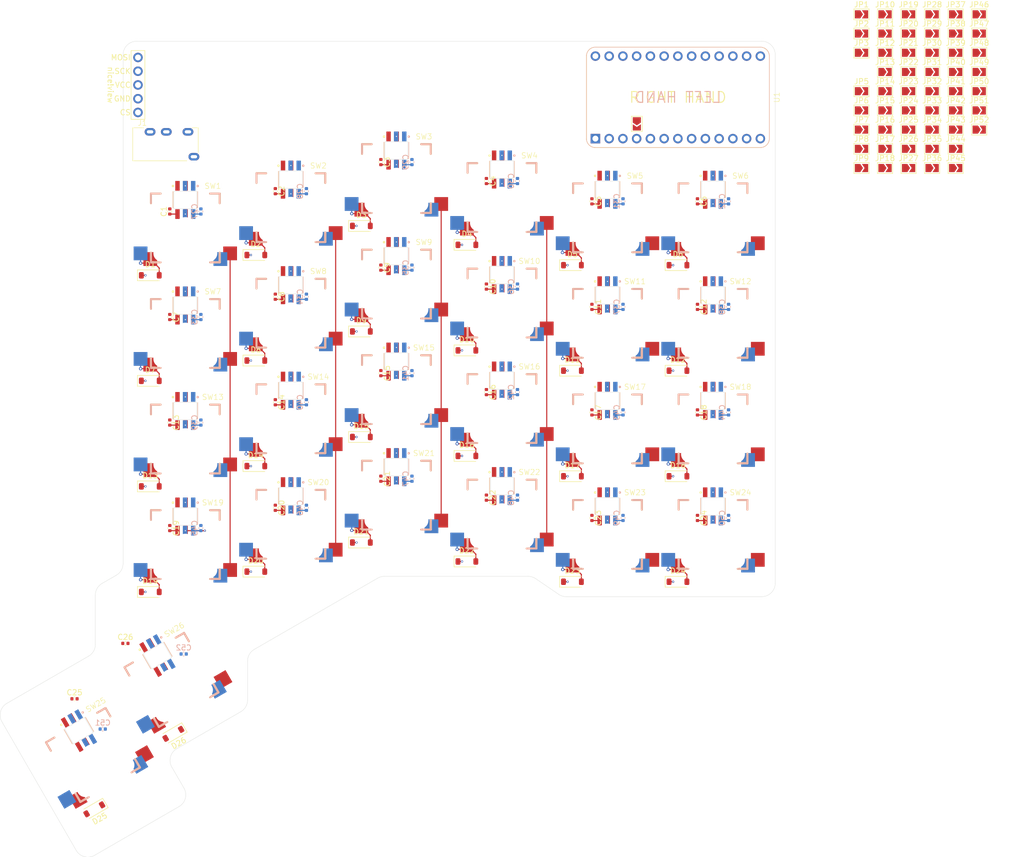
<source format=kicad_pcb>
(kicad_pcb (version 20221018) (generator pcbnew)
  (layers (0 "F.Cu" signal) (1 "In1.Cu" signal) (2 "In2.Cu" signal) (31 "B.Cu" signal) (34 "B.Paste" user) (35 "F.Paste" user) (36 "B.SilkS" user "B.Silkscreen") (37 "F.SilkS" user "F.Silkscreen") (38 "B.Mask" user) (39 "F.Mask" user) (44 "Edge.Cuts" user))
  (net 0 "")
  (net 1 "GND")
  (net 2 "VDD")
  (net 3 "/ROW0")
  (net 4 "Net-(D1-A)")
  (net 5 "Net-(D2-A)")
  (net 6 "Net-(D3-A)")
  (net 7 "Net-(D4-A)")
  (net 8 "Net-(D5-A)")
  (net 9 "Net-(D6-A)")
  (net 10 "/ROW1")
  (net 11 "Net-(D7-A)")
  (net 12 "Net-(D8-A)")
  (net 13 "Net-(D9-A)")
  (net 14 "Net-(D10-A)")
  (net 15 "Net-(D11-A)")
  (net 16 "Net-(D12-A)")
  (net 17 "/ROW2")
  (net 18 "Net-(D13-A)")
  (net 19 "Net-(D14-A)")
  (net 20 "Net-(D15-A)")
  (net 21 "Net-(D16-A)")
  (net 22 "Net-(D17-A)")
  (net 23 "Net-(D18-A)")
  (net 24 "/ROW3")
  (net 25 "Net-(D19-A)")
  (net 26 "Net-(D20-A)")
  (net 27 "Net-(D21-A)")
  (net 28 "Net-(D22-A)")
  (net 29 "Net-(D23-A)")
  (net 30 "Net-(D24-A)")
  (net 31 "/ROW4")
  (net 32 "Net-(D25-A)")
  (net 33 "Net-(D26-A)")
  (net 39 "Net-(SW1-DOUT)")
  (net 40 "/LED_D")
  (net 41 "/COL0")
  (net 42 "Net-(SW2-DOUT)")
  (net 43 "/COL1")
  (net 44 "Net-(SW3-DOUT)")
  (net 45 "/COL2")
  (net 46 "Net-(SW4-DOUT)")
  (net 47 "/COL3")
  (net 48 "Net-(SW5-DOUT)")
  (net 49 "/COL4")
  (net 50 "/COL5")
  (net 51 "Net-(SW7-DOUT)")
  (net 52 "Net-(SW8-DOUT)")
  (net 53 "Net-(SW10-DIN)")
  (net 54 "Net-(SW10-DOUT)")
  (net 55 "Net-(SW11-DOUT)")
  (net 56 "Net-(SW13-DOUT)")
  (net 57 "Net-(SW14-DOUT)")
  (net 58 "Net-(SW15-DOUT)")
  (net 59 "Net-(SW16-DOUT)")
  (net 60 "Net-(SW17-DOUT)")
  (net 61 "Net-(SW19-DOUT)")
  (net 62 "Net-(SW20-DOUT)")
  (net 63 "Net-(SW21-DOUT)")
  (net 64 "Net-(SW22-DOUT)")
  (net 65 "Net-(SW23-DOUT)")
  (net 66 "Net-(SW25-DOUT)")
  (net 68 "/PIN1")
  (net 70 "/PIN2")
  (net 72 "/PIN3")
  (net 74 "/PIN4")
  (net 76 "/PIN5")
  (net 78 "/PIN6")
  (net 80 "/PIN7")
  (net 82 "/PIN8")
  (net 84 "/PIN9")
  (net 86 "/PIN10")
  (net 88 "/PIN11")
  (net 90 "Net-(SW6-DOUT)")
  (net 91 "Net-(SW12-DOUT)")
  (net 92 "Net-(SW18-DOUT)")
  (net 93 "Net-(SW24-DOUT)")
  (net 99 "/PIN12")
  (net 101 "/PIN13")
  (net 103 "/PIN14")
  (net 105 "/PIN15")
  (net 107 "/PIN16")
  (net 109 "/PIN17")
  (net 111 "/PIN18")
  (net 113 "/PIN19")
  (net 115 "/PIN20")
  (net 117 "/PIN21")
  (net 119 "/PIN22")
  (net 121 "/PIN23")
  (net 123 "/PIN24")
  (net 125 "/PIN25")
  (net 127 "/PIN26")
  (footprint "Diode_SMD:D_SOD-123" (layer "F.Cu") (at 184.7412 87.1018)
    (fp_text reference "D12")
    (fp_text value "1N4148W" hide)
  )
  (footprint "Jumper:SolderJumper-2_P1.3mm_Open_TrianglePad1.0x1.5mm" (layer "F.Cu") (at 236.0538 49.657)
    (fp_text reference "JP45")
    (fp_text value "SolderJumper_2_Open")
  )
  (footprint "Capacitor_SMD:C_0402_1005Metric" (layer "F.Cu") (at 149.3458 52.0588 -90)
    (fp_text reference "C4")
    (fp_text value "c=100n" hide)
  )
  (footprint "SWITCH-THT-MX:SWITCH-GATERON-LOW-HOT" (layer "F.Cu") (at 132.7162 71.1018)
    (fp_text reference "SW9")
    (fp_text value "GATERON-MX-HOTSWAP-RGB")
    (fp_line (start -2.1 -6.775) (end -2.1 -3.575) (stroke (width 0.05)) (layer "Edge.Cuts"))
    (fp_line (start 2.1 -6.775) (end -2.1 -6.775) (stroke (width 0.05)) (layer "Edge.Cuts"))
    (fp_line (start 2.1 -6.775) (end 2.1 -3.575) (stroke (width 0.05)) (layer "Edge.Cuts"))
    (fp_line (start 2.1 -3.575) (end -2.1 -3.575) (stroke (width 0.05)) (layer "Edge.Cuts"))
  )
  (footprint "Jumper:SolderJumper-2_P1.3mm_Open_TrianglePad1.0x1.5mm" (layer "F.Cu") (at 223.0038 42.557)
    (fp_text reference "JP16")
    (fp_text value "SolderJumper_2_Open")
  )
  (footprint "Jumper:SolderJumper-2_P1.3mm_Open_TrianglePad1.0x1.5mm" (layer "F.Cu") (at 227.3538 28.357)
    (fp_text reference "JP21")
    (fp_text value "SolderJumper_2_Open")
  )
  (footprint "SWITCH-THT-MX:SWITCH-GATERON-LOW-HOT" (layer "F.Cu") (at 93.7162 80.2268)
    (fp_text reference "SW7")
    (fp_text value "GATERON-MX-HOTSWAP-RGB")
    (fp_line (start -2.1 -6.775) (end -2.1 -3.575) (stroke (width 0.05)) (layer "Edge.Cuts"))
    (fp_line (start 2.1 -6.775) (end -2.1 -6.775) (stroke (width 0.05)) (layer "Edge.Cuts"))
    (fp_line (start 2.1 -6.775) (end 2.1 -3.575) (stroke (width 0.05)) (layer "Edge.Cuts"))
    (fp_line (start 2.1 -3.575) (end -2.1 -3.575) (stroke (width 0.05)) (layer "Edge.Cuts"))
  )
  (footprint "Capacitor_SMD:C_0402_1005Metric" (layer "F.Cu") (at 188.3458 94.8088 -90)
    (fp_text reference "C18")
    (fp_text value "c=100n" hide)
  )
  (footprint "Capacitor_SMD:C_0402_1005Metric" (layer "F.Cu") (at 129.8458 107.0588 -90)
    (fp_text reference "C21")
    (fp_text value "c=100n" hide)
  )
  (footprint "SWITCH-THT-MX:SWITCH-GATERON-LOW-HOT" (layer "F.Cu") (at 132.7162 51.6018)
    (fp_text reference "SW3")
    (fp_text value "GATERON-MX-HOTSWAP-RGB")
    (fp_line (start -2.1 -6.775) (end -2.1 -3.575) (stroke (width 0.05)) (layer "Edge.Cuts"))
    (fp_line (start 2.1 -6.775) (end -2.1 -6.775) (stroke (width 0.05)) (layer "Edge.Cuts"))
    (fp_line (start 2.1 -6.775) (end 2.1 -3.575) (stroke (width 0.05)) (layer "Edge.Cuts"))
    (fp_line (start 2.1 -3.575) (end -2.1 -3.575) (stroke (width 0.05)) (layer "Edge.Cuts"))
  )
  (footprint "Diode_SMD:D_SOD-123" (layer "F.Cu") (at 87.2412 69.4768)
    (fp_text reference "D1")
    (fp_text value "1N4148W" hide)
  )
  (footprint "Capacitor_SMD:C_0402_1005Metric" (layer "F.Cu") (at 90.8458 77.1838 -90)
    (fp_text reference "C7")
    (fp_text value "c=100n" hide)
  )
  (footprint "Jumper:SolderJumper-2_P1.3mm_Open_TrianglePad1.0x1.5mm" (layer "F.Cu") (at 236.0538 39.007)
    (fp_text reference "JP42")
    (fp_text value "SolderJumper_2_Open")
  )
  (footprint "Capacitor_SMD:C_0402_1005Metric" (layer "F.Cu") (at 188.3458 55.8088 -90)
    (fp_text reference "C6")
    (fp_text value "c=100n" hide)
  )
  (footprint "Jumper:SolderJumper-2_P1.3mm_Open_TrianglePad1.0x1.5mm" (layer "F.Cu") (at 236.0538 46.107)
    (fp_text reference "JP44")
    (fp_text value "SolderJumper_2_Open")
  )
  (footprint "SWITCH-THT-MX:SWITCH-GATERON-LOW-HOT" (layer "F.Cu") (at 132.7162 110.1018)
    (fp_text reference "SW21")
    (fp_text value "GATERON-MX-HOTSWAP-RGB")
    (fp_line (start -2.1 -6.775) (end -2.1 -3.575) (stroke (width 0.05)) (layer "Edge.Cuts"))
    (fp_line (start 2.1 -6.775) (end -2.1 -6.775) (stroke (width 0.05)) (layer "Edge.Cuts"))
    (fp_line (start 2.1 -6.775) (end 2.1 -3.575) (stroke (width 0.05)) (layer "Edge.Cuts"))
    (fp_line (start 2.1 -3.575) (end -2.1 -3.575) (stroke (width 0.05)) (layer "Edge.Cuts"))
  )
  (footprint "Jumper:SolderJumper-2_P1.3mm_Open_TrianglePad1.0x1.5mm" (layer "F.Cu") (at 231.7038 24.807)
    (fp_text reference "JP29")
    (fp_text value "SolderJumper_2_Open")
  )
  (footprint "Capacitor_SMD:C_0402_1005Metric" (layer "F.Cu") (at 110.3458 112.4338 -90)
    (fp_text reference "C20")
    (fp_text value "c=100n" hide)
  )
  (footprint "Jumper:SolderJumper-2_P1.3mm_Open_TrianglePad1.0x1.5mm" (layer "F.Cu") (at 223.0038 21.257)
    (fp_text reference "JP10")
    (fp_text value "SolderJumper_2_Open")
  )
  (footprint "SWITCH-THT-MX:SWITCH-GATERON-LOW-HOT" (layer "F.Cu") (at 152.2162 74.6018)
    (fp_text reference "SW10")
    (fp_text value "GATERON-MX-HOTSWAP-RGB")
    (fp_line (start -2.1 -6.775) (end -2.1 -3.575) (stroke (width 0.05)) (layer "Edge.Cuts"))
    (fp_line (start 2.1 -6.775) (end -2.1 -6.775) (stroke (width 0.05)) (layer "Edge.Cuts"))
    (fp_line (start 2.1 -6.775) (end 2.1 -3.575) (stroke (width 0.05)) (layer "Edge.Cuts"))
    (fp_line (start 2.1 -3.575) (end -2.1 -3.575) (stroke (width 0.05)) (layer "Edge.Cuts"))
  )
  (footprint "Jumper:SolderJumper-2_P1.3mm_Open_TrianglePad1.0x1.5mm" (layer "F.Cu") (at 227.3538 46.107)
    (fp_text reference "JP26")
    (fp_text value "SolderJumper_2_Open")
  )
  (footprint "Jumper:SolderJumper-2_P1.3mm_Open_TrianglePad1.0x1.5mm" (layer "F.Cu") (at 231.7038 28.357)
    (fp_text reference "JP30")
    (fp_text value "SolderJumper_2_Open")
  )
  (footprint "Jumper:SolderJumper-2_P1.3mm_Open_TrianglePad1.0x1.5mm" (layer "F.Cu") (at 227.3538 35.457)
    (fp_text reference "JP23")
    (fp_text value "SolderJumper_2_Open")
  )
  (footprint "Capacitor_SMD:C_0402_1005Metric" (layer "F.Cu") (at 168.8458 114.3088 -90)
    (fp_text reference "C23")
    (fp_text value "c=100n" hide)
  )
  (footprint "Jumper:SolderJumper-2_P1.3mm_Open_TrianglePad1.0x1.5mm" (layer "F.Cu") (at 231.7038 31.907)
    (fp_text reference "JP31")
    (fp_text value "SolderJumper_2_Open")
  )
  (footprint "Jumper:SolderJumper-2_P1.3mm_Open_TrianglePad1.0x1.5mm" (layer "F.Cu") (at 218.6538 49.657)
    (fp_text reference "JP9")
    (fp_text value "SolderJumper_2_Open")
  )
  (footprint "SWITCH-THT-MX:SWITCH-GATERON-LOW-HOT" (layer "F.Cu") (at 152.2162 55.1018)
    (fp_text reference "SW4")
    (fp_text value "GATERON-MX-HOTSWAP-RGB")
    (fp_line (start -2.1 -6.775) (end -2.1 -3.575) (stroke (width 0.05)) (layer "Edge.Cuts"))
    (fp_line (start 2.1 -6.775) (end -2.1 -6.775) (stroke (width 0.05)) (layer "Edge.Cuts"))
    (fp_line (start 2.1 -6.775) (end 2.1 -3.575) (stroke (width 0.05)) (layer "Edge.Cuts"))
    (fp_line (start 2.1 -3.575) (end -2.1 -3.575) (stroke (width 0.05)) (layer "Edge.Cuts"))
  )
  (footprint "SWITCH-THT-MX:SWITCH-GATERON-LOW-HOT" (layer "F.Cu") (at 191.2162 78.3518)
    (fp_text reference "SW12")
    (fp_text value "GATERON-MX-HOTSWAP-RGB")
    (fp_line (start -2.1 -6.775) (end -2.1 -3.575) (stroke (width 0.05)) (layer "Edge.Cuts"))
    (fp_line (start 2.1 -6.775) (end -2.1 -6.775) (stroke (width 0.05)) (layer "Edge.Cuts"))
    (fp_line (start 2.1 -6.775) (end 2.1 -3.575) (stroke (width 0.05)) (layer "Edge.Cuts"))
    (fp_line (start 2.1 -3.575) (end -2.1 -3.575) (stroke (width 0.05)) (layer "Edge.Cuts"))
  )
  (footprint "Diode_SMD:D_SOD-123" (layer "F.Cu") (at 126.2412 79.8518)
    (fp_text reference "D9")
    (fp_text value "1N4148W" hide)
  )
  (footprint "DEV-BOARD:Nice!Nano" (layer "F.Cu") (at 184.7262 36.5988 90)
    (fp_text reference "U1")
    (fp_text value "Nice!Nano")
  )
  (footprint "Capacitor_SMD:C_0402_1005Metric" (layer "F.Cu") (at 110.3458 53.9338 -90)
    (fp_text reference "C2")
    (fp_text value "c=100n" hide)
  )
  (footprint "Jumper:SolderJumper-2_P1.3mm_Open_TrianglePad1.0x1.5mm" (layer "F.Cu") (at 218.6538 28.357)
    (fp_text reference "JP3")
    (fp_text value "SolderJumper_2_Open")
  )
  (footprint "Jumper:SolderJumper-2_P1.3mm_Open_TrianglePad1.0x1.5mm" (layer "F.Cu") (at 227.3538 42.557)
    (fp_text reference "JP25")
    (fp_text value "SolderJumper_2_Open")
  )
  (footprint "Diode_SMD:D_SOD-123" (layer "F.Cu") (at 184.7412 126.1018)
    (fp_text reference "D24")
    (fp_text value "1N4148W" hide)
  )
  (footprint "SWITCH-THT-MX:SWITCH-GATERON-LOW-HOT" (layer "F.Cu") (at 152.2162 94.1018)
    (fp_text reference "SW16")
    (fp_text value "GATERON-MX-HOTSWAP-RGB")
    (fp_line (start -2.1 -6.775) (end -2.1 -3.575) (stroke (width 0.05)) (layer "Edge.Cuts"))
    (fp_line (start 2.1 -6.775) (end -2.1 -6.775) (stroke (width 0.05)) (layer "Edge.Cuts"))
    (fp_line (start 2.1 -6.775) (end 2.1 -3.575) (stroke (width 0.05)) (layer "Edge.Cuts"))
    (fp_line (start 2.1 -3.575) (end -2.1 -3.575) (stroke (width 0.05)) (layer "Edge.Cuts"))
  )
  (footprint "SWITCH-THT-MX:SWITCH-GATERON-LOW-HOT" (layer "F.Cu") (at 152.2162 113.6018)
    (fp_text reference "SW22")
    (fp_text value "GATERON-MX-HOTSWAP-RGB")
    (fp_line (start -2.1 -6.775) (end -2.1 -3.575) (stroke (width 0.05)) (layer "Edge.Cuts"))
    (fp_line (start 2.1 -6.775) (end -2.1 -6.775) (stroke (width 0.05)) (layer "Edge.Cuts"))
    (fp_line (start 2.1 -6.775) (end 2.1 -3.575) (stroke (width 0.05)) (layer "Edge.Cuts"))
    (fp_line (start 2.1 -3.575) (end -2.1 -3.575) (stroke (width 0.05)) (layer "Edge.Cuts"))
  )
  (footprint "Capacitor_SMD:C_0402_1005Metric" (layer "F.Cu") (at 149.3458 71.5588 -90)
    (fp_text reference "C10")
    (fp_text value "c=100n" hide)
  )
  (footprint "Diode_SMD:D_SOD-123" (layer "F.Cu") (at 145.7412 102.8518)
    (fp_text reference "D16")
    (fp_text value "1N4148W" hide)
  )
  (footprint "Jumper:SolderJumper-2_P1.3mm_Open_TrianglePad1.0x1.5mm" (layer "F.Cu") (at 227.3538 21.257)
    (fp_text reference "JP19")
    (fp_text value "SolderJumper_2_Open")
  )
  (footprint "Jumper:SolderJumper-2_P1.3mm_Open_TrianglePad1.0x1.5mm" (layer "F.Cu") (at 223.0038 46.107)
    (fp_text reference "JP17")
    (fp_text value "SolderJumper_2_Open")
  )
  (footprint "Jumper:SolderJumper-2_P1.3mm_Open_TrianglePad1.0x1.5mm" (layer "F.Cu") (at 223.0038 39.007)
    (fp_text reference "JP15")
    (fp_text value "SolderJumper_2_Open")
  )
  (footprint "Jumper:SolderJumper-2_P1.3mm_Open_TrianglePad1.0x1.5mm" (layer "F.Cu") (at 223.0038 28.357)
    (fp_text reference "JP12")
    (fp_text value "SolderJumper_2_Open")
  )
  (footprint "Jumper:SolderJumper-2_P1.3mm_Open_TrianglePad1.0x1.5mm" (layer "F.Cu") (at 240.4038 35.457)
    (fp_text reference "JP50")
    (fp_text value "SolderJumper_2_Open")
  )
  (footprint "SWITCH-THT-MX:SWITCH-GATERON-LOW-HOT" (layer "F.Cu") (at 171.7162 97.8518)
    (fp_text reference "SW17")
    (fp_text value "GATERON-MX-HOTSWAP-RGB")
    (fp_line (start -2.1 -6.775) (end -2.1 -3.575) (stroke (width 0.05)) (layer "Edge.Cuts"))
    (fp_line (start 2.1 -6.775) (end -2.1 -6.775) (stroke (width 0.05)) (layer "Edge.Cuts"))
    (fp_line (start 2.1 -6.775) (end 2.1 -3.575) (stroke (width 0.05)) (layer "Edge.Cuts"))
    (fp_line (start 2.1 -3.575) (end -2.1 -3.575) (stroke (width 0.05)) (layer "Edge.Cuts"))
  )
  (footprint "nice_view:nice_view" (layer "F.Cu") (at 101.4762 34.3068 -90)
    (fp_text reference "Display1")
    (fp_text value "nice!view")
  )
  (footprint "Capacitor_SMD:C_0402_1005Metric" (layer "F.Cu") (at 129.8458 68.0588 -90)
    (fp_text reference "C9")
    (fp_text value "c=100n" hide)
  )
  (footprint "Diode_SMD:D_SOD-123" (layer "F.Cu") (at 145.7412 83.3518)
    (fp_text reference "D10")
    (fp_text value "1N4148W" hide)
  )
  (footprint "Diode_SMD:D_SOD-123" (layer "F.Cu") (at 87.2412 88.9768)
    (fp_text reference "D7")
    (fp_text value "1N4148W" hide)
  )
  (footprint "Jumper:SolderJumper-2_P1.3mm_Open_TrianglePad1.0x1.5mm" (layer "F.Cu") (at 240.4038 21.257)
    (fp_text reference "JP46")
    (fp_text value "SolderJumper_2_Open")
  )
  (footprint "SWITCH-THT-MX:SWITCH-GATERON-LOW-HOT" (layer "F.Cu") (at 191.2162 117.3518)
    (fp_text reference "SW24")
    (fp_text value "GATERON-MX-HOTSWAP-RGB")
    (fp_line (start -2.1 -6.775) (end -2.1 -3.575) (stroke (width 0.05)) (layer "Edge.Cuts"))
    (fp_line (start 2.1 -6.775) (end -2.1 -6.775) (stroke (width 0.05)) (layer "Edge.Cuts"))
    (fp_line (start 2.1 -6.775) (end 2.1 -3.575) (stroke (width 0.05)) (layer "Edge.Cuts"))
    (fp_line (start 2.1 -3.575) (end -2.1 -3.575) (stroke (width 0.05)) (layer "Edge.Cuts"))
  )
  (footprint "Capacitor_SMD:C_0402_1005Metric" (layer "F.Cu") (at 73.241 147.7268)
    (fp_text reference "C25")
    (fp_text value "c=100n" hide)
  )
  (footprint "SWITCH-THT-MX:SWITCH-GATERON-LOW-HOT" (layer "F.Cu") (at 113.2162 95.9768)
    (fp_text reference "SW14")
    (fp_text value "GATERON-MX-HOTSWAP-RGB")
    (fp_line (start -2.1 -6.775) (end -2.1 -3.575) (stroke (width 0.05)) (layer "Edge.Cuts"))
    (fp_line (start 2.1 -6.775) (end -2.1 -6.775) (stroke (width 0.05)) (layer "Edge.Cuts"))
    (fp_line (start 2.1 -6.775) (end 2.1 -3.575) (stroke (width 0.05)) (layer "Edge.Cuts"))
    (fp_line (start 2.1 -3.575) (end -2.1 -3.575) (stroke (width 0.05)) (layer "Edge.Cuts"))
  )
  (footprint "SWITCH-THT-MX:SWITCH-GATERON-LOW-HOT" (layer "F.Cu") (at 171.7162 78.3518)
    (fp_text reference "SW11")
    (fp_text value "GATERON-MX-HOTSWAP-RGB")
    (fp_line (start -2.1 -6.775) (end -2.1 -3.575) (stroke (width 0.05)) (layer "Edge.Cuts"))
    (fp_line (start 2.1 -6.775) (end -2.1 -6.775) (stroke (width 0.05)) (layer "Edge.Cuts"))
    (fp_line (start 2.1 -6.775) (end 2.1 -3.575) (stroke (width 0.05)) (layer "Edge.Cuts"))
    (fp_line (start 2.1 -3.575) (end -2.1 -3.575) (stroke (width 0.05)) (layer "Edge.Cuts"))
  )
  (footprint "SWITCH-THT-MX:SWITCH-GATERON-LOW-HOT" (layer "F.Cu") (at 171.7162 117.3518)
    (fp_text reference "SW23")
    (fp_text value "GATERON-MX-HOTSWAP-RGB")
    (fp_line (start -2.1 -6.775) (end -2.1 -3.575) (stroke (width 0.05)) (layer "Edge.Cuts"))
    (fp_line (start 2.1 -6.775) (end -2.1 -6.775) (stroke (width 0.05)) (layer "Edge.Cuts"))
    (fp_line (start 2.1 -6.775) (end 2.1 -3.575) (stroke (width 0.05)) (layer "Edge.Cuts"))
    (fp_line (start 2.1 -3.575) (end -2.1 -3.575) (stroke (width 0.05)) (layer "Edge.Cuts"))
  )
  (footprint "Jumper:SolderJumper-2_P1.3mm_Open_TrianglePad1.0x1.5mm" (layer "F.Cu") (at 227.3538 31.907)
    (fp_text reference "JP22")
    (fp_text value "SolderJumper_2_Open")
  )
  (footprint "Jumper:SolderJumper-2_P1.3mm_Open_TrianglePad1.0x1.5mm" (layer "F.Cu") (at 231.7038 39.007)
    (fp_text reference "JP33")
    (fp_text value "SolderJumper_2_Open")
  )
  (footprint "Capacitor_SMD:C_0402_1005Metric" (layer "F.Cu") (at 188.3458 114.3088 -90)
    (fp_text reference "C24")
    (fp_text value "c=100n" hide)
  )
  (footprint "Jumper:SolderJumper-2_P1.3mm_Open_TrianglePad1.0x1.5mm" (layer "F.Cu") (at 240.4038 28.357)
    (fp_text reference "JP48")
    (fp_text value "SolderJumper_2_Open")
  )
  (footprint "Jumper:SolderJumper-2_P1.3mm_Open_TrianglePad1.0x1.5mm" (layer "F.Cu") (at 236.0538 35.457)
    (fp_text reference "JP41")
    (fp_text value "SolderJumper_2_Open")
  )
  (footprint "Jumper:SolderJumper-2_P1.3mm_Open_TrianglePad1.0x1.5mm" (layer "F.Cu") (at 231.7038 49.657)
    (fp_text reference "JP36")
    (fp_text value "SolderJumper_2_Open")
  )
  (footprint "Capacitor_SMD:C_0402_1005Metric" (layer "F.Cu") (at 168.8458 75.3088 -90)
    (fp_text reference "C11")
    (fp_text value "c=100n" hide)
  )
  (footprint "Capacitor_SMD:C_0402_1005Metric" (layer "F.Cu") (at 90.8458 116.1838 -90)
    (fp_text reference "C19")
    (fp_text value "c=100n" hide)
  )
  (footprint "Diode_SMD:D_SOD-123" (layer "F.Cu") (at 126.2412 118.8518)
    (fp_text reference "D21")
    (fp_text value "1N4148W" hide)
  )
  (footprint "SWITCH-THT-MX:SWITCH-GATERON-LOW-HOT" (layer "F.Cu") (at 171.7162 58.8518)
    (fp_text reference "SW5")
    (fp_text value "GATERON-MX-HOTSWAP-RGB")
    (fp_line (start -2.1 -6.775) (end -2.1 -3.575) (stroke (width 0.05)) (layer "Edge.Cuts"))
    (fp_line (start 2.1 -6.775) (end -2.1 -6.775) (stroke (width 0.05)) (layer "Edge.Cuts"))
    (fp_line (start 2.1 -6.775) (end 2.1 -3.575) (stroke (width 0.05)) (layer "Edge.Cuts"))
    (fp_line (start 2.1 -3.575) (end -2.1 -3.575) (stroke (width 0.05)) (layer "Edge.Cuts"))
  )
  (footprint "Capacitor_SMD:C_0402_1005Metric" (layer "F.Cu") (at 110.3458 73.4338 -90)
    (fp_text reference "C8")
    (fp_text value "c=100n" hide)
  )
  (footprint "Capacitor_SMD:C_0402_1005Metric" (layer "F.Cu") (at 168.8458 94.8088 -90)
    (fp_text reference "C17")
    (fp_text value "c=100n" hide)
  )
  (footprint "CONN-THT-JACK:PJ-320A" (layer "F.Cu") (at 84 45.2668)
    (fp_text reference "J1")
    (fp_text value "AudioJack4")
  )
  (footprint "Jumper:SolderJumper-2_P1.3mm_Open_TrianglePad1.0x1.5mm" (layer "F.Cu") (at 236.0538 42.557)
    (fp_text reference "JP43")
    (fp_text value "SolderJumper_2_Open")
  )
  (footprint "Jumper:SolderJumper-2_P1.3mm_Open_TrianglePad1.0x1.5mm" (layer "F.Cu") (at 223.0038 24.807)
    (fp_text reference "JP11")
    (fp_text value "SolderJumper_2_Open")
  )
  (footprint "Diode_SMD:D_SOD-123" (layer "F.Cu") (at 145.7412 63.8518)
    (fp_text reference "D4")
    (fp_text value "1N4148W" hide)
  )
  (footprint "Diode_SMD:D_SOD-123" (layer "F.Cu") (at 87.2412 108.4768)
    (fp_text reference "D13")
    (fp_text value "1N4148W" hide)
  )
  (footprint "Capacitor_SMD:C_0402_1005Metric" (layer "F.Cu") (at 149.3458 110.5588 -90)
    (fp_text reference "C22")
    (fp_text value "c=100n" hide)
  )
  (footprint "Capacitor_SMD:C_0402_1005Metric" (layer "F.Cu") (at 129.8458 48.5588 -90)
    (fp_text reference "C3")
    (fp_text value "c=100n" hide)
  )
  (footprint "SWITCH-THT-MX:SWITCH-GATERON-LOW-HOT" (layer "F.Cu") (at 93.7162 119.2268)
    (fp_text reference "SW19")
    (fp_text value "GATERON-MX-HOTSWAP-RGB")
    (fp_line (start -2.1 -6.775) (end -2.1 -3.575) (stroke (width 0.05)) (layer "Edge.Cuts"))
    (fp_line (start 2.1 -6.775) (end -2.1 -6.775) (stroke (width 0.05)) (layer "Edge.Cuts"))
    (fp_line (start 2.1 -6.775) (end 2.1 -3.575) (stroke (width 0.05)) (layer "Edge.Cuts"))
    (fp_line (start 2.1 -3.575) (end -2.1 -3.575) (stroke (width 0.05)) (layer "Edge.Cuts"))
  )
  (footprint "Diode_SMD:D_SOD-123" (layer "F.Cu") (at 126.2412 60.3518)
    (fp_text reference "D3")
    (fp_text value "1N4148W" hide)
  )
  (footprint "SWITCH-THT-MX:SWITCH-GATERON-LOW-HOT" (layer "F.Cu") (at 113.2162 56.9768)
    (fp_text reference "SW2")
    (fp_text value "GATERON-MX-HOTSWAP-RGB")
    (fp_line (start -2.1 -6.775) (end -2.1 -3.575) (stroke (width 0.05)) (layer "Edge.Cuts"))
    (fp_line (start 2.1 -6.775) (end -2.1 -6.775) (stroke (width 0.05)) (layer "Edge.Cuts"))
    (fp_line (start 2.1 -6.775) (end 2.1 -3.575) (stroke (width 0.05)) (layer "Edge.Cuts"))
    (fp_line (start 2.1 -3.575) (end -2.1 -3.575) (stroke (width 0.05)) (layer "Edge.Cuts"))
  )
  (footprint "Diode_SMD:D_SOD-123" (layer "F.Cu") (at 165.2412 67.6018)
    (fp_text reference "D5")
    (fp_text value "1N4148W" hide)
  )
  (footprint "Diode_SMD:D_SOD-123" (layer "F.Cu") (at 165.2412 87.1018)
    (fp_text reference "D11")
    (fp_text value "1N4148W" hide)
  )
  (footprint "SWITCH-THT-MX:SWITCH-GATERON-LOW-HOT" (layer "F.Cu") (at 191.2162 58.8518)
    (fp_text reference "SW6")
    (fp_text value "GATERON-MX-HOTSWAP-RGB")
    (fp_line (start -2.1 -6.775) (end -2.1 -3.575) (stroke (width 0.05)) (layer "Edge.Cuts"))
    (fp_line (start 2.1 -6.775) (end -2.1 -6.775) (stroke (width 0.05)) (layer "Edge.Cuts"))
    (fp_line (start 2.1 -6.775) (end 2.1 -3.575) (stroke (width 0.05)) (layer "Edge.Cuts"))
    (fp_line (start 2.1 -3.575) (end -2.1 -3.575) (stroke (width 0.05)) (layer "Edge.Cuts"))
  )
  (footprint "Capacitor_SMD:C_0402_1005Metric" (layer "F.Cu") (at 82.639 137.4906)
    (fp_text reference "C26")
    (fp_text value "c=100n" hide)
  )
  (footprint "SWITCH-THT-MX:SWITCH-GATERON-LOW-HOT" (layer "F.Cu") (at 76.6482 158.1008 30)
    (fp_text reference "SW25")
    (fp_text value "GATERON-MX-HOTSWAP-RGB")
    (fp_line (start -2.1 -6.775) (end -2.1 -3.575) (stroke (width 0.05)) (layer "Edge.Cuts"))
    (fp_line (start 2.1 -6.775) (end -2.1 -6.775) (stroke (width 0.05)) (layer "Edge.Cuts"))
    (fp_line (start 2.1 -6.775) (end 2.1 -3.575) (stroke (width 0.05)) (layer "Edge.Cuts"))
    (fp_line (start 2.1 -3.575) (end -2.1 -3.575) (stroke (width 0.05)) (layer "Edge.Cuts"))
  )
  (footprint "Capacitor_SMD:C_0402_1005Metric" (layer "F.Cu") (at 90.8458 96.6838 -90)
    (fp_text reference "C13")
    (fp_text value "c=100n" hide)
  )
  (footprint "Jumper:SolderJumper-2_P1.3mm_Open_TrianglePad1.0x1.5mm" (layer "F.Cu") (at 223.0038 31.907)
    (fp_text reference "JP13")
    (fp_text value "SolderJumper_2_Open")
  )
  (footprint "Jumper:SolderJumper-2_P1.3mm_Open_TrianglePad1.0x1.5mm" (layer "F.Cu") (at 218.6538 21.257)
    (fp_text reference "JP1")
    (fp_text value "SolderJumper_2_Open")
  )
  (footprint "Jumper:SolderJumper-2_P1.3mm_Open_TrianglePad1.0x1.5mm" (layer "F.Cu") (at 240.4038 31.907)
    (fp_text reference "JP49")
    (fp_text value "SolderJumper_2_Open")
  )
  (footprint "Jumper:SolderJumper-2_P1.3mm_Open_TrianglePad1.0x1.5mm" (layer "F.Cu") (at 218.6538 24.807)
    (fp_text reference "JP2")
    (fp_text value "SolderJumper_2_Open")
  )
  (footprint "Capacitor_SMD:C_0402_1005Metric" (layer "F.Cu") (at 168.8458 55.8088 -90)
    (fp_text reference "C5")
    (fp_text value "c=100n" hide)
  )
  (footprint "SWITCH-THT-MX:SWITCH-GATERON-LOW-HOT" (layer "F.Cu") (at 132.7162 90.6018)
    (fp_text reference "SW15")
    (fp_text value "GATERON-MX-HOTSWAP-RGB")
    (fp_line (start -2.1 -6.775) (end -2.1 -3.575) (stroke (width 0.05)) (layer "Edge.Cuts"))
    (fp_line (start 2.1 -6.775) (end -2.1 -6.775) (stroke (width 0.05)) (layer "Edge.Cuts"))
    (fp_line (start 2.1 -6.775) (end 2.1 -3.575) (stroke (width 0.05)) (layer "Edge.Cuts"))
    (fp_line (start 2.1 -3.575) (end -2.1 -3.575) (stroke (width 0.05)) (layer "Edge.Cuts"))
  )
  (footprint "Jumper:SolderJumper-2_P1.3mm_Open_TrianglePad1.0x1.5mm" (layer "F.Cu") (at 231.7038 42.557)
    (fp_text reference "JP34")
    (fp_text value "SolderJumper_2_Open")
  )
  (footprint "Jumper:SolderJumper-2_P1.3mm_Open_TrianglePad1.0x1.5mm" (layer "F.Cu") (at 236.0538 28.357)
    (fp_text reference "JP39")
    (fp_text value "SolderJumper_2_Open")
  )
  (footprint "SWITCH-THT-MX:SWITCH-GATERON-LOW-HOT" (layer "F.Cu") (at 91.1542 144.2268 30)
    (fp_text reference "SW26")
    (fp_text value "GATERON-MX-HOTSWAP-RGB")
    (fp_line (start -2.1 -6.775) (end -2.1 -3.575) (stroke (width 0.05)) (layer "Edge.Cuts"))
    (fp_line (start 2.1 -6.775) (end -2.1 -6.775) (stroke (width 0.05)) (layer "Edge.Cuts"))
    (fp_line (start 2.1 -6.775) (end 2.1 -3.575) (stroke (width 0.05)) (layer "Edge.Cuts"))
    (fp_line (start 2.1 -3.575) (end -2.1 -3.575) (stroke (width 0.05)) (layer "Edge.Cuts"))
  )
  (footprint "Jumper:SolderJumper-2_P1.3mm_Open_TrianglePad1.0x1.5mm" (layer "F.Cu") (at 231.7038 21.257)
    (fp_text reference "JP28")
    (fp_text value "SolderJumper_2_Open")
  )
  (footprint "Jumper:SolderJumper-2_P1.3mm_Open_TrianglePad1.0x1.5mm" (layer "F.Cu") (at 240.4038 24.807)
    (fp_text reference "JP47")
    (fp_text value "SolderJumper_2_Open")
  )
  (footprint "Jumper:SolderJumper-2_P1.3mm_Open_TrianglePad1.0x1.5mm" (layer "F.Cu") (at 223.0038 35.457)
    (fp_text reference "JP14")
    (fp_text value "SolderJumper_2_Open")
  )
  (footprint "SWITCH-THT-MX:SWITCH-GATERON-LOW-HOT" (layer "F.Cu") (at 113.2162 76.4768)
    (fp_text reference "SW8")
    (fp_text value "GATERON-MX-HOTSWAP-RGB")
    (fp_line (start -2.1 -6.775) (end -2.1 -3.575) (stroke (width 0.05)) (layer "Edge.Cuts"))
    (fp_line (start 2.1 -6.775) (end -2.1 -6.775) (stroke (width 0.05)) (layer "Edge.Cuts"))
    (fp_line (start 2.1 -6.775) (end 2.1 -3.575) (stroke (width 0.05)) (layer "Edge.Cuts"))
    (fp_line (start 2.1 -3.575) (end -2.1 -3.575) (stroke (width 0.05)) (layer "Edge.Cuts"))
  )
  (footprint "Diode_SMD:D_SOD-123" (layer "F.Cu") (at 76.9012 168.1484 -150)
    (fp_text reference "D25")
    (fp_text value "1N4148W" hide)
  )
  (footprint "Jumper:SolderJumper-2_P1.3mm_Open_TrianglePad1.0x1.5mm" (layer "F.Cu") (at 236.0538 24.807)
    (fp_text reference "JP38")
    (fp_text value "SolderJumper_2_Open")
  )
  (footprint "Diode_SMD:D_SOD-123" (layer "F.Cu") (at 184.7412 106.6018)
    (fp_text reference "D18")
    (fp_text value "1N4148W" hide)
  )
  (footprint "Jumper:SolderJumper-2_P1.3mm_Open_TrianglePad1.0x1.5mm" (layer "F.Cu") (at 231.7038 35.457)
    (fp_text reference "JP32")
    (fp_text value "SolderJumper_2_Open")
  )
  (footprint "Jumper:SolderJumper-2_P1.3mm_Open_TrianglePad1.0x1.5mm" (layer "F.Cu") (at 218.6538 39.007)
    (fp_text reference "JP6")
    (fp_text value "SolderJumper_2_Open")
  )
  (footprint "Jumper:SolderJumper-2_P1.3mm_Open_TrianglePad1.0x1.5mm" (layer "F.Cu") (at 223.0038 49.657)
    (fp_text reference "JP18")
    (fp_text value "SolderJumper_2_Open")
  )
  (footprint "Capacitor_SMD:C_0402_1005Metric" (layer "F.Cu") (at 129.8458 87.5588 -90)
    (fp_text reference "C15")
    (fp_text value "c=100n" hide)
  )
  (footprint "Jumper:SolderJumper-2_P1.3mm_Open_TrianglePad1.0x1.5mm" (layer "F.Cu") (at 227.3538 49.657)
    (fp_text reference "JP27")
    (fp_text value "SolderJumper_2_Open")
  )
  (footprint "Capacitor_SMD:C_0402_1005Metric" (layer "F.Cu") (at 110.3458 92.9338 -90)
    (fp_text reference "C14")
    (fp_text value "c=100n" hide)
  )
  (footprint "Diode_SMD:D_SOD-123" (layer "F.Cu") (at 106.7412 65.7268)
    (fp_text reference "D2")
    (fp_text value "1N4148W" hide)
  )
  (footprint "Capacitor_SMD:C_0402_1005Metric" (layer "F.Cu") (at 188.3458 75.3088 -90)
    (fp_text reference "C12")
    (fp_text value "c=100n" hide)
  )
  (footprint "Diode_SMD:D_SOD-123" (layer "F.Cu") (at 126.2412 99.3518)
    (fp_text reference "D15")
    (fp_text value "1N4148W" hide)
  )
  (footprint "Diode_SMD:D_SOD-123" (layer "F.Cu") (at 106.7412 104.7268)
    (fp_text reference "D14")
    (fp_text value "1N4148W" hide)
  )
  (footprint "SWITCH-THT-MX:SWITCH-GATERON-LOW-HOT" (layer "F.Cu") (at 93.7162 60.7268)
    (fp_text reference "SW1")
    (fp_text value "GATERON-MX-HOTSWAP-RGB")
    (fp_line (start -2.1 -6.775) (end -2.1 -3.575) (stroke (width 0.05)) (layer "Edge.Cuts"))
    (fp_line (start 2.1 -6.775) (end -2.1 -6.775) (stroke (width 0.05)) (layer "Edge.Cuts"))
    (fp_line (start 2.1 -6.775) (end 2.1 -3.575) (stroke (width 0.05)) (layer "Edge.Cuts"))
    (fp_line (start 2.1 -3.575) (end -2.1 -3.575) (stroke (width 0.05)) (layer "Edge.Cuts"))
  )
  (footprint "Diode_SMD:D_SOD-123" (layer "F.Cu") (at 165.2412 106.6018)
    (fp_text reference "D17")
    (fp_text value "1N4148W" hide)
  )
  (footprint "Diode_SMD:D_SOD-123" (layer "F.Cu") (at 184.7412 67.6018)
    (fp_text reference "D6")
    (fp_text value "1N4148W" hide)
  )
  (footprint "Diode_SMD:D_SOD-123" (layer "F.Cu") (at 87.2412 127.9768)
    (fp_text reference "D19")
    (fp_text value "1N4148W" hide)
  )
  (footprint "SWITCH-THT-MX:SWITCH-GATERON-LOW-HOT" (layer "F.Cu") (at 113.2162 115.4768)
    (fp_text reference "SW20")
    (fp_text value "GATERON-MX-HOTSWAP-RGB")
    (fp_line (start -2.1 -6.775) (end -2.1 -3.575) (stroke (width 0.05)) (layer "Edge.Cuts"))
    (fp_line (start 2.1 -6.775) (end -2.1 -6.775) (stroke (width 0.05)) (layer "Edge.Cuts"))
    (fp_line (start 2.1 -6.775) (end 2.1 -3.575) (stroke (width 0.05)) (layer "Edge.Cuts"))
    (fp_line (start 2.1 -3.575) (end -2.1 -3.575) (stroke (width 0.05)) (layer "Edge.Cuts"))
  )
  (footprint "Jumper:SolderJumper-2_P1.3mm_Open_TrianglePad1.0x1.5mm" (layer "F.Cu") (at 227.3538 24.807)
    (fp_text reference "JP20")
    (fp_text value "SolderJumper_2_Open")
  )
  (footprint "Jumper:SolderJumper-2_P1.3mm_Open_TrianglePad1.0x1.5mm" (layer "F.Cu") (at 177.1396 41.492 -90)
    (fp_text reference "JP4" hide)
    (fp_text value "SolderJumper_2_Open" hide)
  )
  (footprint "Diode_SMD:D_SOD-123" (layer "F.Cu") (at 106.7412 85.2268)
    (fp_text reference "D8")
    (fp_text value "1N4148W" hide)
  )
  (footprint "Jumper:SolderJumper-2_P1.3mm_Open_TrianglePad1.0x1.5mm" (layer "F.Cu") (at 218.6538 35.457)
    (fp_text reference "JP5")
    (fp_text value "SolderJumper_2_Open")
  )
  (footprint "Jumper:SolderJumper-2_P1.3mm_Open_TrianglePad1.0x1.5mm" (layer "F.Cu") (at 227.3538 39.007)
    (fp_text reference "JP24")
    (fp_text value "SolderJumper_2_Open")
  )
  (footprint "Diode_SMD:D_SOD-123" (layer "F.Cu") (at 165.2412 126.1018)
    (fp_text reference "D23")
    (fp_text value "1N4148W" hide)
  )
  (footprint "Jumper:SolderJumper-2_P1.3mm_Open_TrianglePad1.0x1.5mm" (layer "F.Cu") (at 240.4038 39.007)
    (fp_text reference "JP51")
    (fp_text value "SolderJumper_2_Open")
  )
  (footprint "Jumper:SolderJumper-2_P1.3mm_Open_TrianglePad1.0x1.5mm" (layer "F.Cu") (at 218.6538 46.107)
    (fp_text reference "JP8")
    (fp_text value "SolderJumper_2_Open")
  )
  (footprint "Jumper:SolderJumper-2_P1.3mm_Open_TrianglePad1.0x1.5mm" (layer "F.Cu") (at 218.6538 42.557)
    (fp_text reference "JP7")
    (fp_text value "SolderJumper_2_Open")
  )
  (footprint "Diode_SMD:D_SOD-123" (layer "F.Cu") (at 145.7412 122.3518)
    (fp_text reference "D22")
    (fp_text value "1N4148W" hide)
  )
  (footprint "Diode_SMD:D_SOD-123" (layer "F.Cu") (at 91.5062 154.2038 -150)
    (fp_text reference "D26")
    (fp_text value "1N4148W" hide)
  )
  (footprint "Capacitor_SMD:C_0402_1005Metric" (layer "F.Cu") (at 90.8458 57.6838 -90)
    (fp_text reference "C1")
    (fp_text value "c=100n" hide)
  )
  (footprint "Jumper:SolderJumper-2_P1.3mm_Open_TrianglePad1.0x1.5mm" (layer "F.Cu") (at 236.0538 21.257)
    (fp_text reference "JP37")
    (fp_text value "SolderJumper_2_Open")
  )
  (footprint "Jumper:SolderJumper-2_P1.3mm_Open_TrianglePad1.0x1.5mm" (layer "F.Cu") (at 231.7038 46.107)
    (fp_text reference "JP35")
    (fp_text value "SolderJumper_2_Open")
  )
  (footprint "SWITCH-THT-MX:SWITCH-GATERON-LOW-HOT" (layer "F.Cu") (at 93.7162 99.7268)
    (fp_text reference "SW13")
    (fp_text value "GATERON-MX-HOTSWAP-RGB")
    (fp_line (start -2.1 -6.775) (end -2.1 -3.575) (stroke (width 0.05)) (layer "Edge.Cuts"))
    (fp_line (start 2.1 -6.775) (end -2.1 -6.775) (stroke (width 0.05)) (layer "Edge.Cuts"))
    (fp_line (start 2.1 -6.775) (end 2.1 -3.575) (stroke (width 0.05)) (layer "Edge.Cuts"))
    (fp_line (start 2.1 -3.575) (end -2.1 -3.575) (stroke (width 0.05)) (layer "Edge.Cuts"))
  )
  (footprint "SWITCH-THT-MX:SWITCH-GATERON-LOW-HOT" (layer "F.Cu") (at 191.2162 97.8518)
    (fp_text reference "SW18")
    (fp_text value "GATERON-MX-HOTSWAP-RGB")
    (fp_line (start -2.1 -6.775) (end -2.1 -3.575) (stroke (width 0.05)) (layer "Edge.Cuts"))
    (fp_line (start 2.1 -6.775) (end -2.1 -6.775) (stroke (width 0.05)) (layer "Edge.Cuts"))
    (fp_line (start 2.1 -6.775) (end 2.1 -3.575) (stroke (width 0.05)) (layer "Edge.Cuts"))
    (fp_line (start 2.1 -3.575) (end -2.1 -3.575) (stroke (width 0.05)) (layer "Edge.Cuts"))
  )
  (footprint "Jumper:SolderJumper-2_P1.3mm_Open_TrianglePad1.0x1.5mm" (layer "F.Cu") (at 236.0538 31.907)
    (fp_text reference "JP40")
    (fp_text value "SolderJumper_2_Open")
  )
  (footprint "Jumper:SolderJumper-2_P1.3mm_Open_TrianglePad1.0x1.5mm" (layer "F.Cu") (at 240.4038 42.557)
    (fp_text reference "JP52")
    (fp_text value "SolderJumper_2_Open")
  )
  (footprint "Diode_SMD:D_SOD-123" (layer "F.Cu") (at 106.7412 124.2268)
    (fp_text reference "D20")
    (fp_text value "1N4148W" hide)
  )
  (footprint "Capacitor_SMD:C_0402_1005Metric" (layer "F.Cu") (at 149.3458 91.0588 -90)
    (fp_text reference "C16")
    (fp_text value "c=100n" hide)
  )
  (footprint "Capacitor_SMD:C_0402_1005Metric" (layer "B.Cu") (at 174.5866 55.8088 -90)
    (fp_text reference "C31")
    (fp_text value "c=100n" hide)
  )
  (footprint "Capacitor_SMD:C_0402_1005Metric" (layer "B.Cu") (at 194.0866 114.3088 -90)
    (fp_text reference "C50")
    (fp_text value "c=100n" hide)
  )
  (footprint "Capacitor_SMD:C_0402_1005Metric" (layer "B.Cu") (at 135.5866 87.5588 -90)
    (fp_text reference "C41")
    (fp_text value "c=100n" hide)
  )
  (footprint "Capacitor_SMD:C_0402_1005Metric" (layer "B.Cu") (at 174.5866 114.3088 -90)
    (fp_text reference "C49")
    (fp_text value "c=100n" hide)
  )
  (footprint "Capacitor_SMD:C_0402_1005Metric" (layer "B.Cu") (at 155.0866 110.5588 -90)
    (fp_text reference "C48")
    (fp_text value "c=100n" hide)
  )
  (footprint "Capacitor_SMD:C_0402_1005Metric" (layer "B.Cu") (at 155.0866 91.0588 -90)
    (fp_text reference "C42")
    (fp_text value "c=100n" hide)
  )
  (footprint "Capacitor_SMD:C_0402_1005Metric" (layer "B.Cu") (at 78.4506 153.3148 180)
    (fp_text reference "C51")
    (fp_text value "c=100n" hide)
  )
  (footprint "Capacitor_SMD:C_0402_1005Metric" (layer "B.Cu") (at 155.0866 52.0588 -90)
    (fp_text reference "C30")
    (fp_text value "c=100n" hide)
  )
  (footprint "Capacitor_SMD:C_0402_1005Metric" (layer "B.Cu") (at 116.0866 92.9338 -90)
    (fp_text reference "C40")
    (fp_text value "c=100n" hide)
  )
  (footprint "Capacitor_SMD:C_0402_1005Metric" (layer "B.Cu") (at 155.0866 71.5588 -90)
    (fp_text reference "C36")
    (fp_text value "c=100n" hide)
  )
  (footprint "Capacitor_SMD:C_0402_1005Metric" (layer "B.Cu") (at 116.0866 73.4338 -90)
    (fp_text reference "C34")
    (fp_text value "c=100n" hide)
  )
  (footprint "Capacitor_SMD:C_0402_1005Metric" (layer "B.Cu") (at 96.5866 77.1838 -90)
    (fp_text reference "C33")
    (fp_text value "c=100n" hide)
  )
  (footprint "Capacitor_SMD:C_0402_1005Metric" (layer "B.Cu") (at 135.5866 107.0588 -90)
    (fp_text reference "C47")
    (fp_text value "c=100n" hide)
  )
  (footprint "Capacitor_SMD:C_0402_1005Metric" (layer "B.Cu") (at 135.5866 48.5588 -90)
    (fp_text reference "C29")
    (fp_text value "c=100n" hide)
  )
  (footprint "Capacitor_SMD:C_0402_1005Metric" (layer "B.Cu") (at 174.5866 94.8088 -90)
    (fp_text reference "C43")
    (fp_text value "c=100n" hide)
  )
  (footprint "Capacitor_SMD:C_0402_1005Metric" (layer "B.Cu") (at 96.5866 116.1838 -90)
    (fp_text reference "C45")
    (fp_text value "c=100n" hide)
  )
  (footprint "Capacitor_SMD:C_0402_1005Metric" (layer "B.Cu") (at 116.0866 112.4338 -90)
    (fp_text reference "C46")
    (fp_text value "c=100n" hide)
  )
  (footprint "Capacitor_SMD:C_0402_1005Metric" (layer "B.Cu") (at 93.4112 139.4464 180)
    (fp_text reference "C52")
    (fp_text value "c=100n" hide)
  )
  (footprint "Capacitor_SMD:C_0402_1005Metric" (layer "B.Cu") (at 96.5866 57.6838 -90)
    (fp_text reference "C27")
    (fp_text value "c=100n" hide)
  )
  (footprint "Capacitor_SMD:C_0402_1005Metric" (layer "B.Cu") (at 194.0866 55.8088 -90)
    (fp_text reference "C32")
    (fp_text value "c=100n" hide)
  )
  (footprint "Capacitor_SMD:C_0402_1005Metric" (layer "B.Cu") (at 135.5866 68.0588 -90)
    (fp_text reference "C35")
    (fp_text value "c=100n" hide)
  )
  (footprint "Capacitor_SMD:C_0402_1005Metric" (layer "B.Cu") (at 96.5866 96.6838 -90)
    (fp_text reference "C39")
    (fp_text value "c=100n" hide)
  )
  (footprint "Capacitor_SMD:C_0402_1005Metric" (layer "B.Cu") (at 174.5866 75.3088 -90)
    (fp_text reference "C37")
    (fp_text value "c=100n" hide)
  )
  (footprint "Capacitor_SMD:C_0402_1005Metric" (layer "B.Cu") (at 194.0866 75.3088 -90)
    (fp_text reference "C38")
    (fp_text value "c=100n" hide)
  )
  (footprint "Capacitor_SMD:C_0402_1005Metric" (layer "B.Cu") (at 116.0866 53.9338 -90)
    (fp_text reference "C28")
    (fp_text value "c=100n" hide)
  )
  (footprint "Capacitor_SMD:C_0402_1005Metric" (layer "B.Cu") (at 194.0866 94.8088 -90)
    (fp_text reference "C44")
    (fp_text value "c=100n" hide)
  )
  (gr_line (start 164.0992 128.8518) (end 200.2162 128.8518) (stroke (width 0.05)) (layer "Edge.Cuts"))
  (gr_arc (start 200.2162 26.2268) (mid 201.983968 26.959032) (end 202.7162 28.7268) (stroke (width 0.05)) (layer "Edge.Cuts"))
  (gr_arc (start 77.0922 128.5668) (mid 77.427145 127.316832) (end 78.3422 126.4018) (stroke (width 0.05)) (layer "Edge.Cuts"))
  (gr_line (start 106.4662 138.5898) (end 129.2482 125.4368) (stroke (width 0.05)) (layer "Edge.Cuts"))
  (gr_arc (start 157.0572 125.1018) (mid 157.793921 125.212644) (end 158.4652 125.5358) (stroke (width 0.05)) (layer "Edge.Cuts"))
  (gr_line (start 130.4982 125.1018) (end 157.0572 125.1018) (stroke (width 0.05)) (layer "Edge.Cuts"))
  (gr_arc (start 202.7162 126.3518) (mid 201.983968 128.119568) (end 200.2162 128.8518) (stroke (width 0.05)) (layer "Edge.Cuts"))
  (gr_arc (start 129.2482 125.4368) (mid 129.851148 125.187017) (end 130.4982 125.1018) (stroke (width 0.05)) (layer "Edge.Cuts"))
  (gr_line (start 78.3422 126.4018) (end 80.9662 124.8868) (stroke (width 0.05)) (layer "Edge.Cuts"))
  (gr_line (start 75.8422 139.8458) (end 60.7482 148.5608) (stroke (width 0.05)) (layer "Edge.Cuts"))
  (gr_arc (start 82.2162 28.7268) (mid 82.948432 26.959032) (end 84.7162 26.2268) (stroke (width 0.05)) (layer "Edge.Cuts"))
  (gr_arc (start 105.2162 140.7548) (mid 105.551145 139.504832) (end 106.4662 138.5898) (stroke (width 0.05)) (layer "Edge.Cuts"))
  (gr_line (start 103.9662 150.1088) (end 92.1412 156.9358) (stroke (width 0.05)) (layer "Edge.Cuts"))
  (gr_arc (start 82.2162 122.7218) (mid 81.881255 123.971768) (end 80.9662 124.8868) (stroke (width 0.05)) (layer "Edge.Cuts"))
  (gr_arc (start 91.2262 160.3508) (mid 90.976429 158.453797) (end 92.1412 156.9358) (stroke (width 0.05)) (layer "Edge.Cuts"))
  (gr_line (start 105.2162 147.9438) (end 105.2162 140.7548) (stroke (width 0.05)) (layer "Edge.Cuts"))
  (gr_arc (start 105.2162 147.9438) (mid 104.881255 149.193768) (end 103.9662 150.1088) (stroke (width 0.05)) (layer "Edge.Cuts"))
  (gr_line (start 82.2162 122.7218) (end 82.2162 28.7268) (stroke (width 0.05)) (layer "Edge.Cuts"))
  (gr_arc (start 59.8322 151.9758) (mid 59.582429 150.078797) (end 60.7472 148.5608) (stroke (width 0.05)) (layer "Edge.Cuts"))
  (gr_line (start 77.0922 137.6808) (end 77.0922 128.5678) (stroke (width 0.05)) (layer "Edge.Cuts"))
  (gr_line (start 202.7162 126.3518) (end 202.7162 28.7268) (stroke (width 0.05)) (layer "Edge.Cuts"))
  (gr_line (start 92.5482 167.6408) (end 76.9602 176.6408) (stroke (width 0.05)) (layer "Edge.Cuts"))
  (gr_line (start 91.2262 160.3508) (end 93.4642 164.2258) (stroke (width 0.05)) (layer "Edge.Cuts"))
  (gr_arc (start 93.4642 164.2258) (mid 93.713971 166.122803) (end 92.5492 167.6408) (stroke (width 0.05)) (layer "Edge.Cuts"))
  (gr_arc (start 77.0922 137.6808) (mid 76.757255 138.930768) (end 75.8422 139.8458) (stroke (width 0.05)) (layer "Edge.Cuts"))
  (gr_arc (start 76.9602 176.6408) (mid 75.063197 176.890571) (end 73.5452 175.7258) (stroke (width 0.05)) (layer "Edge.Cuts"))
  (gr_line (start 59.8322 151.9758) (end 73.5452 175.7258) (stroke (width 0.05)) (layer "Edge.Cuts"))
  (gr_line (start 158.4652 125.5358) (end 162.6912 128.4178) (stroke (width 0.05)) (layer "Edge.Cuts"))
  (gr_line (start 200.2162 26.2268) (end 84.7162 26.2268) (stroke (width 0.05)) (layer "Edge.Cuts"))
  (gr_arc (start 164.0992 128.8518) (mid 163.362479 128.740956) (end 162.6912 128.4178) (stroke (width 0.05)) (layer "Edge.Cuts"))
  (via (at 93.7162 52.9398) (size 0.4064) (drill 0.2032) (layers "F.Cu" "B.Cu") (net 1))
  (via (at 132.7162 82.8148) (size 0.4064) (drill 0.2032) (layers "F.Cu" "B.Cu") (net 1))
  (via (at 93.7162 111.4398) (size 0.4064) (drill 0.2032) (layers "F.Cu" "B.Cu") (net 1))
  (via (at 93.7162 72.4398) (size 0.4064) (drill 0.2032) (layers "F.Cu" "B.Cu") (net 1))
  (via (at 171.7162 109.5648) (size 0.4064) (drill 0.2032) (layers "F.Cu" "B.Cu") (net 1))
  (via (at 152.2162 47.3148) (size 0.4064) (drill 0.2032) (layers "F.Cu" "B.Cu") (net 1))
  (via (at 152.2162 86.3148) (size 0.4064) (drill 0.2032) (layers "F.Cu" "B.Cu") (net 1))
  (via (at 171.7162 70.6124) (size 0.4064) (drill 0.2032) (layers "F.Cu" "B.Cu") (net 1))
  (via (at 171.7162 90.0648) (size 0.4064) (drill 0.2032) (layers "F.Cu" "B.Cu") (net 1))
  (via (at 132.7162 102.3148) (size 0.4064) (drill 0.2032) (layers "F.Cu" "B.Cu") (net 1))
  (via (at 191.2162 51.0648) (size 0.4064) (drill 0.2032) (layers "F.Cu" "B.Cu") (net 1))
  (via (at 152.2162 66.8148) (size 0.4064) (drill 0.2032) (layers "F.Cu" "B.Cu") (net 1))
  (via (at 132.7162 43.8148) (size 0.4064) (drill 0.2032) (layers "F.Cu" "B.Cu") (net 1))
  (via (at 113.2162 107.6898) (size 0.4064) (drill 0.2032) (layers "F.Cu" "B.Cu") (net 1))
  (via (at 113.2162 68.6898) (size 0.4064) (drill 0.2032) (layers "F.Cu" "B.Cu") (net 1))
  (via (at 93.7162 91.9398) (size 0.4064) (drill 0.2032) (layers "F.Cu" "B.Cu") (net 1))
  (via (at 113.2162 49.1898) (size 0.4064) (drill 0.2032) (layers "F.Cu" "B.Cu") (net 1))
  (via (at 191.2162 90.0648) (size 0.4064) (drill 0.2032) (layers "F.Cu" "B.Cu") (net 1))
  (via (at 171.7162 51.0648) (size 0.4064) (drill 0.2032) (layers "F.Cu" "B.Cu") (net 1))
  (via (at 113.2162 88.1898) (size 0.4064) (drill 0.2032) (layers "F.Cu" "B.Cu") (net 1))
  (via (at 152.2162 105.8148) (size 0.4064) (drill 0.2032) (layers "F.Cu" "B.Cu") (net 1))
  (via (at 132.7162 63.3148) (size 0.4064) (drill 0.2032) (layers "F.Cu" "B.Cu") (net 1))
  (via (at 191.2162 109.5648) (size 0.4064) (drill 0.2032) (layers "F.Cu" "B.Cu") (net 1))
  (via (at 191.2162 70.6124) (size 0.4064) (drill 0.2032) (layers "F.Cu" "B.Cu") (net 1))
  (segment (start 111.7672 112.9138) (end 110.3458 112.9138) (width 0.2032) (layer "F.Cu") (net 2))
  (segment (start 110.3458 93.4138) (end 111.7672 93.4138) (width 0.2032) (layer "F.Cu") (net 2))
  (segment (start 90.8458 58.1638) (end 92.2672 58.1638) (width 0.2032) (layer "F.Cu") (net 2))
  (segment (start 188.3458 95.2888) (end 189.7672 95.2888) (width 0.2032) (layer "F.Cu") (net 2))
  (segment (start 189.7672 114.7888) (end 188.3458 114.7888) (width 0.2032) (layer "F.Cu") (net 2))
  (segment (start 129.8458 49.0388) (end 131.2672 49.0388) (width 0.2032) (layer "F.Cu") (net 2))
  (segment (start 188.3458 56.2888) (end 189.7672 56.2888) (width 0.2032) (layer "F.Cu") (net 2))
  (segment (start 168.8458 95.2888) (end 170.2672 95.2888) (width 0.2032) (layer "F.Cu") (net 2))
  (segment (start 189.7672 75.7888) (end 188.3458 75.7888) (width 0.2032) (layer "F.Cu") (net 2))
  (segment (start 131.2672 107.5388) (end 129.8458 107.5388) (width 0.2032) (layer "F.Cu") (net 2))
  (segment (start 92.2672 77.6638) (end 90.8458 77.6638) (width 0.2032) (layer "F.Cu") (net 2))
  (segment (start 170.2672 75.7888) (end 168.8458 75.7888) (width 0.2032) (layer "F.Cu") (net 2))
  (segment (start 170.2672 114.7888) (end 168.8458 114.7888) (width 0.2032) (layer "F.Cu") (net 2))
  (segment (start 111.7672 73.9138) (end 110.3458 73.9138) (width 0.2032) (layer "F.Cu") (net 2))
  (segment (start 150.7672 52.5388) (end 149.3458 52.5388) (width 0.2032) (layer "F.Cu") (net 2))
  (segment (start 150.7672 111.0388) (end 149.3458 111.0388) (width 0.2032) (layer "F.Cu") (net 2))
  (segment (start 149.3458 91.5388) (end 150.7672 91.5388) (width 0.2032) (layer "F.Cu") (net 2))
  (segment (start 111.7672 54.4138) (end 110.3458 54.4138) (width 0.2032) (layer "F.Cu") (net 2))
  (segment (start 90.8458 116.6638) (end 92.2672 116.6638) (width 0.2032) (layer "F.Cu") (net 2))
  (segment (start 168.8458 56.2888) (end 170.2672 56.2888) (width 0.2032) (layer "F.Cu") (net 2))
  (segment (start 150.7672 72.0388) (end 149.3458 72.0388) (width 0.2032) (layer "F.Cu") (net 2))
  (segment (start 131.2672 68.5388) (end 129.8458 68.5388) (width 0.2032) (layer "F.Cu") (net 2))
  (segment (start 92.2672 97.1638) (end 90.8458 97.1638) (width 0.2032) (layer "F.Cu") (net 2))
  (segment (start 129.8458 88.0388) (end 131.2672 88.0388) (width 0.2032) (layer "F.Cu") (net 2))
  (segment (start 153.6652 91.5388) (end 155.0866 91.5388) (width 0.2032) (layer "B.Cu") (net 2))
  (segment (start 96.5866 116.6638) (end 95.1652 116.6638) (width 0.2032) (layer "B.Cu") (net 2))
  (segment (start 173.1652 95.2888) (end 174.5866 95.2888) (width 0.2032) (layer "B.Cu") (net 2))
  (segment (start 114.6652 93.4138) (end 116.0866 93.4138) (width 0.2032) (layer "B.Cu") (net 2))
  (segment (start 95.1652 58.1638) (end 96.5866 58.1638) (width 0.2032) (layer "B.Cu") (net 2))
  (segment (start 192.6652 75.7888) (end 194.0866 75.7888) (width 0.2032) (layer "B.Cu") (net 2))
  (segment (start 192.6652 95.2888) (end 194.0866 95.2888) (width 0.2032) (layer "B.Cu") (net 2))
  (segment (start 135.5866 107.5388) (end 134.1652 107.5388) (width 0.2032) (layer "B.Cu") (net 2))
  (segment (start 155.0866 72.0388) (end 153.6652 72.0388) (width 0.2032) (layer "B.Cu") (net 2))
  (segment (start 155.0866 111.0388) (end 153.6652 111.0388) (width 0.2032) (layer "B.Cu") (net 2))
  (segment (start 192.6652 56.2888) (end 194.0866 56.2888) (width 0.2032) (layer "B.Cu") (net 2))
  (segment (start 134.1652 88.0388) (end 135.5866 88.0388) (width 0.2032) (layer "B.Cu") (net 2))
  (segment (start 153.6652 52.5388) (end 155.0866 52.5388) (width 0.2032) (layer "B.Cu") (net 2))
  (segment (start 173.1652 56.2888) (end 174.5866 56.2888) (width 0.2032) (layer "B.Cu") (net 2))
  (segment (start 135.5866 68.5388) (end 134.1652 68.5388) (width 0.2032) (layer "B.Cu") (net 2))
  (segment (start 174.5866 114.7888) (end 173.1652 114.7888) (width 0.2032) (layer "B.Cu") (net 2))
  (segment (start 194.0866 114.7888) (end 192.6652 114.7888) (width 0.2032) (layer "B.Cu") (net 2))
  (segment (start 95.1652 97.1638) (end 96.5866 97.1638) (width 0.2032) (layer "B.Cu") (net 2))
  (segment (start 116.0866 112.9138) (end 114.6652 112.9138) (width 0.2032) (layer "B.Cu") (net 2))
  (segment (start 134.1652 49.0388) (end 135.5866 49.0388) (width 0.2032) (layer "B.Cu") (net 2))
  (segment (start 96.5866 77.6638) (end 95.1652 77.6638) (width 0.2032) (layer "B.Cu") (net 2))
  (segment (start 116.0866 73.9138) (end 114.6652 73.9138) (width 0.2032) (layer "B.Cu") (net 2))
  (segment (start 114.6652 54.4138) (end 116.0866 54.4138) (width 0.2032) (layer "B.Cu") (net 2))
  (segment (start 174.5866 75.7888) (end 173.1652 75.7888) (width 0.2032) (layer "B.Cu") (net 2))
  (segment (start 163.82 67.5898) (end 163.5912 67.6018) (width 0.2032) (layer "F.Cu") (net 3))
  (segment (start 163.5792 67.5898) (end 163.82 67.5898) (width 0.2032) (layer "F.Cu") (net 3))
  (segment (start 163.5912 67.6018) (end 164.3412 67.6018) (width 0.2032) (layer "F.Cu") (net 3))
  (segment (start 85.5912 69.4768) (end 86.3412 69.4768) (width 0.2032) (layer "F.Cu") (net 3))
  (segment (start 144.0912 63.8518) (end 144.8412 63.8518) (width 0.2032) (layer "F.Cu") (net 3))
  (segment (start 125.3412 60.3518) (end 124.5912 60.3518) (width 0.2032) (layer "F.Cu") (net 3))
  (segment (start 105.0912 65.7268) (end 105.8412 65.7268) (width 0.2032) (layer "F.Cu") (net 3))
  (segment (start 183.0912 67.6018) (end 183.8412 67.6018) (width 0.2032) (layer "F.Cu") (net 3))
  (via (at 164.3412 67.6018) (size 0.4064) (drill 0.2032) (layers "F.Cu" "B.Cu") (net 3))
  (via (at 105.8412 65.7268) (size 0.4064) (drill 0.2032) (layers "F.Cu" "B.Cu") (net 3))
  (via (at 125.3412 60.3518) (size 0.4064) (drill 0.2032) (layers "F.Cu" "B.Cu") (net 3))
  (via (at 183.8412 67.6018) (size 0.4064) (drill 0.2032) (layers "F.Cu" "B.Cu") (net 3))
  (via (at 86.3412 69.4768) (size 0.4064) (drill 0.2032) (layers "F.Cu" "B.Cu") (net 3))
  (via (at 144.8412 63.8518) (size 0.4064) (drill 0.2032) (layers "F.Cu" "B.Cu") (net 3))
  (segment (start 85.444 67.225) (end 86.5624 67.225) (width 0.2032) (layer "F.Cu") (net 4))
  (segment (start 88.8912 68.1268) (end 88.8912 69.4768) (width 0.2032) (layer "F.Cu") (net 4))
  (segment (start 86.5624 67.225) (end 87.239 66.5484) (width 0.2032) (layer "F.Cu") (net 4))
  (segment (start 87.2412 66.4768) (end 88.8912 68.1268) (width 0.2032) (layer "F.Cu") (net 4))
  (via (at 85.444 67.225) (size 0.6) (drill 0.3) (layers "F.Cu" "B.Cu") (net 4))
  (segment (start 85.439 65.4984) (end 85.439 67.22) (width 0.2032) (layer "B.Cu") (net 4))
  (segment (start 106.7412 62.7268) (end 108.3912 64.3768) (width 0.2032) (layer "F.Cu") (net 5))
  (segment (start 104.9512 63.4658) (end 106.0696 63.4658) (width 0.2032) (layer "F.Cu") (net 5))
  (segment (start 106.0696 63.4658) (end 106.7462 62.7892) (width 0.2032) (layer "F.Cu") (net 5))
  (segment (start 108.3912 64.3768) (end 108.3912 65.7268) (width 0.2032) (layer "F.Cu") (net 5))
  (via (at 104.9512 63.4658) (size 0.6) (drill 0.3) (layers "F.Cu" "B.Cu") (net 5))
  (segment (start 104.9462 61.7392) (end 104.9462 63.4608) (width 0.2032) (layer "B.Cu") (net 5))
  (segment (start 124.4584 58.081) (end 125.5768 58.081) (width 0.2032) (layer "F.Cu") (net 6))
  (segment (start 125.5768 58.081) (end 126.2534 57.4044) (width 0.2032) (layer "F.Cu") (net 6))
  (segment (start 127.8912 59.0018) (end 127.8912 60.3518) (width 0.2032) (layer "F.Cu") (net 6))
  (segment (start 126.2412 57.3518) (end 127.8912 59.0018) (width 0.2032) (layer "F.Cu") (net 6))
  (via (at 124.4584 58.081) (size 0.6) (drill 0.3) (layers "F.Cu" "B.Cu") (net 6))
  (segment (start 124.4534 56.3544) (end 124.4534 58.076) (width 0.2032) (layer "B.Cu") (net 6))
  (segment (start 143.9656 61.5354) (end 145.084 61.5354) (width 0.2032) (layer "F.Cu") (net 7))
  (segment (start 145.7412 60.8518) (end 147.3912 62.5018) (width 0.2032) (layer "F.Cu") (net 7))
  (segment (start 147.3912 62.5018) (end 147.3912 63.8518) (width 0.2032) (layer "F.Cu") (net 7))
  (segment (start 145.084 61.5354) (end 145.7606 60.8588) (width 0.2032) (layer "F.Cu") (net 7))
  (via (at 143.9656 61.5354) (size 0.6) (drill 0.3) (layers "F.Cu" "B.Cu") (net 7))
  (segment (start 143.9606 59.8088) (end 143.9606 61.5304) (width 0.2032) (layer "B.Cu") (net 7))
  (segment (start 165.2412 64.6018) (end 166.8912 66.2518) (width 0.2032) (layer "F.Cu") (net 8))
  (segment (start 166.8912 66.2518) (end 166.8912 67.6018) (width 0.2032) (layer "F.Cu") (net 8))
  (segment (start 164.515 65.2692) (end 165.1916 64.5926) (width 0.2032) (layer "F.Cu") (net 8))
  (segment (start 163.3966 65.2692) (end 164.515 65.2692) (width 0.2032) (layer "F.Cu") (net 8))
  (via (at 163.3966 65.2692) (size 0.6) (drill 0.3) (layers "F.Cu" "B.Cu") (net 8))
  (segment (start 163.3916 63.5426) (end 163.3916 65.2642) (width 0.2032) (layer "B.Cu") (net 8))
  (segment (start 184.7412 64.6018) (end 186.3912 66.2518) (width 0.2032) (layer "F.Cu") (net 9))
  (segment (start 184.0646 65.2784) (end 184.7412 64.6018) (width 0.2032) (layer "F.Cu") (net 9))
  (segment (start 186.3912 66.2518) (end 186.3912 67.6018) (width 0.2032) (layer "F.Cu") (net 9))
  (segment (start 182.9462 65.2784) (end 184.0646 65.2784) (width 0.2032) (layer "F.Cu") (net 9))
  (via (at 182.9462 65.2784) (size 0.6) (drill 0.3) (layers "F.Cu" "B.Cu") (net 9))
  (segment (start 182.9412 63.5518) (end 182.9412 65.2734) (width 0.2032) (layer "B.Cu") (net 9))
  (segment (start 85.5912 88.9768) (end 86.3412 88.9768) (width 0.2032) (layer "F.Cu") (net 10))
  (segment (start 183.0912 87.1018) (end 183.8412 87.1018) (width 0.2032) (layer "F.Cu") (net 10))
  (segment (start 105.0912 85.2268) (end 105.8412 85.2268) (width 0.2032) (layer "F.Cu") (net 10))
  (segment (start 163.5912 87.1018) (end 164.3412 87.1018) (width 0.2032) (layer "F.Cu") (net 10))
  (segment (start 124.5912 79.8518) (end 125.3412 79.8518) (width 0.2032) (layer "F.Cu") (net 10))
  (segment (start 144.0912 83.3518) (end 144.8412 83.3518) (width 0.2032) (layer "F.Cu") (net 10))
  (via (at 164.3412 87.1018) (size 0.4064) (drill 0.2032) (layers "F.Cu" "B.Cu") (net 10))
  (via (at 183.8412 87.1018) (size 0.4064) (drill 0.2032) (layers "F.Cu" "B.Cu") (net 10))
  (via (at 125.3412 79.8518) (size 0.4064) (drill 0.2032) (layers "F.Cu" "B.Cu") (net 10))
  (via (at 105.8412 85.2268) (size 0.4064) (drill 0.2032) (layers "F.Cu" "B.Cu") (net 10))
  (via (at 86.3412 88.9768) (size 0.4064) (drill 0.2032) (layers "F.Cu" "B.Cu") (net 10))
  (via (at 144.8412 83.3518) (size 0.4064) (drill 0.2032) (layers "F.Cu" "B.Cu") (net 10))
  (segment (start 85.444 86.7322) (end 86.5624 86.7322) (width 0.2032) (layer "F.Cu") (net 11))
  (segment (start 88.8912 87.6268) (end 88.8912 88.9768) (width 0.2032) (layer "F.Cu") (net 11))
  (segment (start 86.5624 86.7322) (end 87.239 86.0556) (width 0.2032) (layer "F.Cu") (net 11))
  (segment (start 87.2412 85.9768) (end 88.8912 87.6268) (width 0.2032) (layer "F.Cu") (net 11))
  (via (at 85.444 86.7322) (size 0.6) (drill 0.3) (layers "F.Cu" "B.Cu") (net 11))
  (segment (start 85.439 85.0056) (end 85.439 86.7272) (width 0.2032) (layer "B.Cu") (net 11))
  (segment (start 106.7412 82.2268) (end 108.3912 83.8768) (width 0.2032) (layer "F.Cu") (net 12))
  (segment (start 104.9512 82.973) (end 106.0696 82.973) (width 0.2032) (layer "F.Cu") (net 12))
  (segment (start 108.3912 83.8768) (end 108.3912 85.2268) (width 0.2032) (layer "F.Cu") (net 12))
  (segment (start 106.0696 82.973) (end 106.7462 82.2964) (width 0.2032) (layer "F.Cu") (net 12))
  (via (at 104.9512 82.973) (size 0.6) (drill 0.3) (layers "F.Cu" "B.Cu") (net 12))
  (segment (start 104.9462 81.2464) (end 104.9462 82.968) (width 0.2032) (layer "B.Cu") (net 12))
  (segment (start 125.5514 77.6136) (end 126.228 76.937) (width 0.2032) (layer "F.Cu") (net 13))
  (segment (start 127.8912 78.5018) (end 127.8912 79.8518) (width 0.2032) (layer "F.Cu") (net 13))
  (segment (start 126.2412 76.8518) (end 127.8912 78.5018) (width 0.2032) (layer "F.Cu") (net 13))
  (segment (start 124.433 77.6136) (end 125.5514 77.6136) (width 0.2032) (layer "F.Cu") (net 13))
  (via (at 124.433 77.6136) (size 0.6) (drill 0.3) (layers "F.Cu" "B.Cu") (net 13))
  (segment (start 124.428 75.887) (end 124.428 77.6086) (width 0.2032) (layer "B.Cu") (net 13))
  (segment (start 143.9564 81.0772) (end 145.0748 81.0772) (width 0.2032) (layer "F.Cu") (net 14))
  (segment (start 147.3912 82.0018) (end 147.3912 83.3518) (width 0.2032) (layer "F.Cu") (net 14))
  (segment (start 145.0748 81.0772) (end 145.7514 80.4006) (width 0.2032) (layer "F.Cu") (net 14))
  (segment (start 145.7412 80.3518) (end 147.3912 82.0018) (width 0.2032) (layer "F.Cu") (net 14))
  (via (at 143.9564 81.0772) (size 0.6) (drill 0.3) (layers "F.Cu" "B.Cu") (net 14))
  (segment (start 143.9514 79.3506) (end 143.9514 81.0722) (width 0.2032) (layer "B.Cu") (net 14))
  (segment (start 166.8912 85.7518) (end 166.8912 87.1018) (width 0.2032) (layer "F.Cu") (net 15))
  (segment (start 165.2412 84.1018) (end 166.8912 85.7518) (width 0.2032) (layer "F.Cu") (net 15))
  (segment (start 163.4474 84.8526) (end 164.5658 84.8526) (width 0.2032) (layer "F.Cu") (net 15))
  (segment (start 164.5658 84.8526) (end 165.2424 84.176) (width 0.2032) (layer "F.Cu") (net 15))
  (via (at 163.4474 84.8526) (size 0.6) (drill 0.3) (layers "F.Cu" "B.Cu") (net 15))
  (segment (start 163.4424 83.126) (end 163.4424 84.8476) (width 0.2032) (layer "B.Cu") (net 15))
  (segment (start 184.0476 84.8526) (end 184.7242 84.176) (width 0.2032) (layer "F.Cu") (net 16))
  (segment (start 182.9292 84.8526) (end 184.0476 84.8526) (width 0.2032) (layer "F.Cu") (net 16))
  (segment (start 186.3912 85.7518) (end 186.3912 87.1018) (width 0.2032) (layer "F.Cu") (net 16))
  (segment (start 184.7412 84.1018) (end 186.3912 85.7518) (width 0.2032) (layer "F.Cu") (net 16))
  (via (at 182.9292 84.8526) (size 0.6) (drill 0.3) (layers "F.Cu" "B.Cu") (net 16))
  (segment (start 182.9242 83.126) (end 182.9242 84.8476) (width 0.2032) (layer "B.Cu") (net 16))
  (segment (start 163.5912 106.6018) (end 164.3412 106.6018) (width 0.2032) (layer "F.Cu") (net 17))
  (segment (start 144.0912 102.8518) (end 144.8412 102.8518) (width 0.2032) (layer "F.Cu") (net 17))
  (segment (start 183.0912 106.6018) (end 183.8412 106.6018) (width 0.2032) (layer "F.Cu") (net 17))
  (segment (start 105.0912 104.7268) (end 105.8412 104.7268) (width 0.2032) (layer "F.Cu") (net 17))
  (segment (start 124.5912 99.3518) (end 125.3412 99.3518) (width 0.2032) (layer "F.Cu") (net 17))
  (segment (start 85.5912 108.4768) (end 86.3412 108.4768) (width 0.2032) (layer "F.Cu") (net 17))
  (via (at 164.3412 106.6018) (size 0.4064) (drill 0.2032) (layers "F.Cu" "B.Cu") (net 17))
  (via (at 105.8412 104.7268) (size 0.4064) (drill 0.2032) (layers "F.Cu" "B.Cu") (net 17))
  (via (at 144.8412 102.8518) (size 0.4064) (drill 0.2032) (layers "F.Cu" "B.Cu") (net 17))
  (via (at 125.3412 99.3518) (size 0.4064) (drill 0.2032) (layers "F.Cu" "B.Cu") (net 17))
  (via (at 86.3412 108.4768) (size 0.4064) (drill 0.2032) (layers "F.Cu" "B.Cu") (net 17))
  (via (at 183.8412 106.6018) (size 0.4064) (drill 0.2032) (layers "F.Cu" "B.Cu") (net 17))
  (segment (start 88.8912 107.1268) (end 88.8912 108.4768) (width 0.2032) (layer "F.Cu") (net 18))
  (segment (start 87.2412 105.4768) (end 88.8912 107.1268) (width 0.2032) (layer "F.Cu") (net 18))
  (segment (start 85.444 106.214) (end 86.5624 106.214) (width 0.2032) (layer "F.Cu") (net 18))
  (segment (start 86.5624 106.214) (end 87.239 105.5374) (width 0.2032) (layer "F.Cu") (net 18))
  (via (at 85.444 106.214) (size 0.6) (drill 0.3) (layers "F.Cu" "B.Cu") (net 18))
  (segment (start 85.439 104.4874) (end 85.439 106.209) (width 0.2032) (layer "B.Cu") (net 18))
  (segment (start 108.3912 103.3768) (end 108.3912 104.7268) (width 0.2032) (layer "F.Cu") (net 19))
  (segment (start 106.0696 102.4802) (end 106.7462 101.8036) (width 0.2032) (layer "F.Cu") (net 19))
  (segment (start 106.7412 101.7268) (end 108.3912 103.3768) (width 0.2032) (layer "F.Cu") (net 19))
  (segment (start 104.9512 102.4802) (end 106.0696 102.4802) (width 0.2032) (layer "F.Cu") (net 19))
  (via (at 104.9512 102.4802) (size 0.6) (drill 0.3) (layers "F.Cu" "B.Cu") (net 19))
  (segment (start 104.9462 100.7536) (end 104.9462 102.4752) (width 0.2032) (layer "B.Cu") (net 19))
  (segment (start 127.8912 98.0018) (end 127.8912 99.3518) (width 0.2032) (layer "F.Cu") (net 20))
  (segment (start 126.2412 96.3518) (end 127.8912 98.0018) (width 0.2032) (layer "F.Cu") (net 20))
  (segment (start 125.5514 97.0954) (end 126.228 96.4188) (width 0.2032) (layer "F.Cu") (net 20))
  (segment (start 124.433 97.0954) (end 125.5514 97.0954) (width 0.2032) (layer "F.Cu") (net 20))
  (via (at 124.433 97.0954) (size 0.6) (drill 0.3) (layers "F.Cu" "B.Cu") (net 20))
  (segment (start 124.428 95.3688) (end 124.428 97.0904) (width 0.2032) (layer "B.Cu") (net 20))
  (segment (start 145.0586 100.6006) (end 145.7352 99.924) (width 0.2032) (layer "F.Cu") (net 21))
  (segment (start 147.3912 101.5018) (end 147.3912 102.8518) (width 0.2032) (layer "F.Cu") (net 21))
  (segment (start 143.9402 100.6006) (end 145.0586 100.6006) (width 0.2032) (layer "F.Cu") (net 21))
  (segment (start 145.7412 99.8518) (end 147.3912 101.5018) (width 0.2032) (layer "F.Cu") (net 21))
  (via (at 143.9402 100.6006) (size 0.6) (drill 0.3) (layers "F.Cu" "B.Cu") (net 21))
  (segment (start 143.9352 98.874) (end 143.9352 100.5956) (width 0.2032) (layer "B.Cu") (net 21))
  (segment (start 166.8912 105.2518) (end 166.8912 106.6018) (width 0.2032) (layer "F.Cu") (net 22))
  (segment (start 164.5658 104.3344) (end 165.2424 103.6578) (width 0.2032) (layer "F.Cu") (net 22))
  (segment (start 163.4474 104.3344) (end 164.5658 104.3344) (width 0.2032) (layer "F.Cu") (net 22))
  (segment (start 165.2412 103.6018) (end 166.8912 105.2518) (width 0.2032) (layer "F.Cu") (net 22))
  (via (at 163.4474 104.3344) (size 0.6) (drill 0.3) (layers "F.Cu" "B.Cu") (net 22))
  (segment (start 163.4424 102.6078) (end 163.4424 104.3294) (width 0.2032) (layer "B.Cu") (net 22))
  (segment (start 184.7412 103.6018) (end 186.3912 105.2518) (width 0.2032) (layer "F.Cu") (net 23))
  (segment (start 184.073 104.3344) (end 184.7496 103.6578) (width 0.2032) (layer "F.Cu") (net 23))
  (segment (start 182.9546 104.3344) (end 184.073 104.3344) (width 0.2032) (layer "F.Cu") (net 23))
  (segment (start 186.3912 105.2518) (end 186.3912 106.6018) (width 0.2032) (layer "F.Cu") (net 23))
  (via (at 182.9546 104.3344) (size 0.6) (drill 0.3) (layers "F.Cu" "B.Cu") (net 23))
  (segment (start 182.9496 102.6078) (end 182.9496 104.3294) (width 0.2032) (layer "B.Cu") (net 23))
  (segment (start 105.0912 124.2268) (end 105.8412 124.2268) (width 0.2032) (layer "F.Cu") (net 24))
  (segment (start 163.5912 126.1018) (end 164.3412 126.1018) (width 0.2032) (layer "F.Cu") (net 24))
  (segment (start 183.0912 126.1018) (end 183.8412 126.1018) (width 0.2032) (layer "F.Cu") (net 24))
  (segment (start 85.5912 127.9768) (end 86.3412 127.9768) (width 0.2032) (layer "F.Cu") (net 24))
  (segment (start 124.5912 118.8518) (end 125.3412 118.8518) (width 0.2032) (layer "F.Cu") (net 24))
  (segment (start 144.0912 122.3518) (end 144.8412 122.3518) (width 0.2032) (layer "F.Cu") (net 24))
  (via (at 164.3412 126.1018) (size 0.4064) (drill 0.2032) (layers "F.Cu" "B.Cu") (net 24))
  (via (at 125.3412 118.8518) (size 0.4064) (drill 0.2032) (layers "F.Cu" "B.Cu") (net 24))
  (via (at 105.8412 124.2268) (size 0.4064) (drill 0.2032) (layers "F.Cu" "B.Cu") (net 24))
  (via (at 183.8412 126.1018) (size 0.4064) (drill 0.2032) (layers "F.Cu" "B.Cu") (net 24))
  (via (at 86.3412 127.9768) (size 0.4064) (drill 0.2032) (layers "F.Cu" "B.Cu") (net 24))
  (via (at 144.8412 122.3518) (size 0.4064) (drill 0.2032) (layers "F.Cu" "B.Cu") (net 24))
  (segment (start 87.2412 124.9768) (end 88.8912 126.6268) (width 0.2032) (layer "F.Cu") (net 25))
  (segment (start 86.5624 125.7212) (end 87.239 125.0446) (width 0.2032) (layer "F.Cu") (net 25))
  (segment (start 85.444 125.7212) (end 86.5624 125.7212) (width 0.2032) (layer "F.Cu") (net 25))
  (segment (start 88.8912 126.6268) (end 88.8912 127.9768) (width 0.2032) (layer "F.Cu") (net 25))
  (via (at 85.444 125.7212) (size 0.6) (drill 0.3) (layers "F.Cu" "B.Cu") (net 25))
  (segment (start 85.439 123.9946) (end 85.439 125.7162) (width 0.2032) (layer "B.Cu") (net 25))
  (segment (start 106.0696 121.962) (end 106.7462 121.2854) (width 0.2032) (layer "F.Cu") (net 26))
  (segment (start 106.7412 121.2268) (end 108.3912 122.8768) (width 0.2032) (layer "F.Cu") (net 26))
  (segment (start 108.3912 122.8768) (end 108.3912 124.2268) (width 0.2032) (layer "F.Cu") (net 26))
  (segment (start 104.9512 121.962) (end 106.0696 121.962) (width 0.2032) (layer "F.Cu") (net 26))
  (via (at 104.9512 121.962) (size 0.6) (drill 0.3) (layers "F.Cu" "B.Cu") (net 26))
  (segment (start 104.9462 120.2354) (end 104.9462 121.957) (width 0.2032) (layer "B.Cu") (net 26))
  (segment (start 127.8912 117.5018) (end 127.8912 118.8518) (width 0.2032) (layer "F.Cu") (net 27))
  (segment (start 126.2412 115.8518) (end 127.8912 117.5018) (width 0.2032) (layer "F.Cu") (net 27))
  (segment (start 125.5768 116.6026) (end 126.2534 115.926) (width 0.2032) (layer "F.Cu") (net 27))
  (segment (start 124.4584 116.6026) (end 125.5768 116.6026) (width 0.2032) (layer "F.Cu") (net 27))
  (via (at 124.4584 116.6026) (size 0.6) (drill 0.3) (layers "F.Cu" "B.Cu") (net 27))
  (segment (start 124.4534 114.876) (end 124.4534 116.5976) (width 0.2032) (layer "B.Cu") (net 27))
  (segment (start 145.7412 119.3518) (end 147.3912 121.0018) (width 0.2032) (layer "F.Cu") (net 28))
  (segment (start 143.9402 120.1078) (end 145.0586 120.1078) (width 0.2032) (layer "F.Cu") (net 28))
  (segment (start 145.0586 120.1078) (end 145.7352 119.4312) (width 0.2032) (layer "F.Cu") (net 28))
  (segment (start 147.3912 121.0018) (end 147.3912 122.3518) (width 0.2032) (layer "F.Cu") (net 28))
  (via (at 143.9402 120.1078) (size 0.6) (drill 0.3) (layers "F.Cu" "B.Cu") (net 28))
  (segment (start 143.9352 118.3812) (end 143.9352 120.1028) (width 0.2032) (layer "B.Cu") (net 28))
  (segment (start 163.4474 123.8416) (end 164.5658 123.8416) (width 0.2032) (layer "F.Cu") (net 29))
  (segment (start 165.2412 123.1018) (end 166.8912 124.7518) (width 0.2032) (layer "F.Cu") (net 29))
  (segment (start 164.5658 123.8416) (end 165.2424 123.165) (width 0.2032) (layer "F.Cu") (net 29))
  (segment (start 166.8912 124.7518) (end 166.8912 126.1018) (width 0.2032) (layer "F.Cu") (net 29))
  (via (at 163.4474 123.8416) (size 0.6) (drill 0.3) (layers "F.Cu" "B.Cu") (net 29))
  (segment (start 163.4424 122.115) (end 163.4424 123.8366) (width 0.2032) (layer "B.Cu") (net 29))
  (segment (start 184.7412 123.1018) (end 186.3912 124.7518) (width 0.2032) (layer "F.Cu") (net 30))
  (segment (start 182.9292 123.8416) (end 184.0476 123.8416) (width 0.2032) (layer "F.Cu") (net 30))
  (segment (start 184.0476 123.8416) (end 184.7242 123.165) (width 0.2032) (layer "F.Cu") (net 30))
  (segment (start 186.3912 124.7518) (end 186.3912 126.1018) (width 0.2032) (layer "F.Cu") (net 30))
  (via (at 182.9292 123.8416) (size 0.6) (drill 0.3) (layers "F.Cu" "B.Cu") (net 30))
  (segment (start 182.9242 122.115) (end 182.9242 123.8366) (width 0.2032) (layer "B.Cu") (net 30))
  (via (at 113.2162 54.4138) (size 0.4064) (drill 0.2032) (layers "F.Cu" "B.Cu") (net 39))
  (via (at 93.7162 58.1638) (size 0.4064) (drill 0.2032) (layers "F.Cu" "B.Cu") (net 40))
  (segment (start 101.9912 65.4268) (end 101.9912 123.9268) (width 0.2032) (layer "F.Cu") (net 41))
  (via (at 132.7162 49.0388) (size 0.4064) (drill 0.2032) (layers "F.Cu" "B.Cu") (net 42))
  (segment (start 121.4912 120.1768) (end 121.4912 61.6768) (width 0.2032) (layer "F.Cu") (net 43))
  (via (at 152.2162 52.5388) (size 0.4064) (drill 0.2032) (layers "F.Cu" "B.Cu") (net 44))
  (segment (start 140.9912 56.3018) (end 140.9912 114.8018) (width 0.2032) (layer "F.Cu") (net 45))
  (via (at 171.7162 56.2888) (size 0.4064) (drill 0.2032) (layers "F.Cu" "B.Cu") (net 46))
  (segment (start 160.4912 118.3018) (end 160.4912 59.8018) (width 0.2032) (layer "F.Cu") (net 47))
  (via (at 191.2162 56.2888) (size 0.4064) (drill 0.2032) (layers "F.Cu" "B.Cu") (net 48))
  (via (at 113.2162 73.9138) (size 0.4064) (drill 0.2032) (layers "F.Cu" "B.Cu") (net 51))
  (via (at 132.7162 68.5388) (size 0.4064) (drill 0.2032) (layers "F.Cu" "B.Cu") (net 52))
  (via (at 152.2162 72.0388) (size 0.4064) (drill 0.2032) (layers "F.Cu" "B.Cu") (net 53))
  (via (at 171.7162 75.7888) (size 0.4064) (drill 0.2032) (layers "F.Cu" "B.Cu") (net 54))
  (via (at 191.2162 75.7888) (size 0.4064) (drill 0.2032) (layers "F.Cu" "B.Cu") (net 55))
  (via (at 113.2162 93.4138) (size 0.4064) (drill 0.2032) (layers "F.Cu" "B.Cu") (net 56))
  (via (at 132.7162 88.0388) (size 0.4064) (drill 0.2032) (layers "F.Cu" "B.Cu") (net 57))
  (via (at 152.2162 91.5388) (size 0.4064) (drill 0.2032) (layers "F.Cu" "B.Cu") (net 58))
  (via (at 171.7162 95.2888) (size 0.4064) (drill 0.2032) (layers "F.Cu" "B.Cu") (net 59))
  (via (at 191.2162 95.2888) (size 0.4064) (drill 0.2032) (layers "F.Cu" "B.Cu") (net 60))
  (via (at 113.2162 112.9138) (size 0.4064) (drill 0.2032) (layers "F.Cu" "B.Cu") (net 61))
  (via (at 132.7162 107.5388) (size 0.4064) (drill 0.2032) (layers "F.Cu" "B.Cu") (net 62))
  (via (at 152.2162 111.0388) (size 0.4064) (drill 0.2032) (layers "F.Cu" "B.Cu") (net 63))
  (via (at 171.7162 114.7888) (size 0.4064) (drill 0.2032) (layers "F.Cu" "B.Cu") (net 64))
  (via (at 191.2162 114.7888) (size 0.4064) (drill 0.2032) (layers "F.Cu" "B.Cu") (net 65))
  (via (at 93.7162 77.6638) (size 0.4064) (drill 0.2032) (layers "F.Cu" "B.Cu") (net 90))
  (via (at 93.7162 97.1638) (size 0.4064) (drill 0.2032) (layers "F.Cu" "B.Cu") (net 91))
  (segment (start 93.7652 116.6638) (end 97.3216 116.6638) (width 0.2032) (layer "F.Cu") (net 92))
  (segment (start 97.3216 116.6638) (end 97.3228 116.6626) (width 0.2032) (layer "F.Cu") (net 92))
  (via (at 93.7162 116.6638) (size 0.4064) (drill 0.2032) (layers "F.Cu" "B.Cu") (net 92))
  (via (at 97.3228 116.6626) (size 0.4064) (drill 0.2032) (layers "F.Cu" "B.Cu") (net 92))
)
</source>
